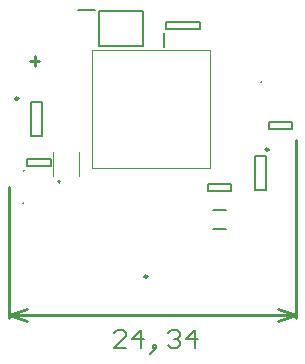
<source format=gto>
G04 Layer_Color=65535*
%FSLAX24Y24*%
%MOIN*%
G70*
G01*
G75*
%ADD37C,0.0059*%
%ADD39C,0.0098*%
%ADD41C,0.0079*%
%ADD44C,0.0100*%
%ADD68C,0.0039*%
%ADD69C,0.0060*%
D37*
X3750Y1837D02*
G03*
X3750Y1837I-20J0D01*
G01*
X-4172Y-2200D02*
G03*
X-4172Y-2200I-20J0D01*
G01*
X-4153Y-1120D02*
G03*
X-4153Y-1120I-20J0D01*
G01*
D39*
X-4341Y1280D02*
G03*
X-4341Y1280I-49J0D01*
G01*
X-43Y-4646D02*
G03*
X-43Y-4646I-49J0D01*
G01*
X3999Y-420D02*
G03*
X3999Y-420I-49J0D01*
G01*
X-3796Y2380D02*
Y2695D01*
X-3954Y2537D02*
X-3639D01*
D41*
X-2980Y-1447D02*
G03*
X-2980Y-1526I0J-39D01*
G01*
D02*
G03*
X-2980Y-1447I0J39D01*
G01*
X-3927Y20D02*
Y1161D01*
X-3553D01*
Y20D02*
Y1161D01*
X-3927Y20D02*
X-3553D01*
X2146Y-2441D02*
X2579D01*
X2146Y-3071D02*
X2579D01*
X3535Y-622D02*
X3909D01*
X3535Y-1764D02*
Y-622D01*
Y-1764D02*
X3909D01*
Y-622D01*
X4785Y264D02*
Y500D01*
X3998Y500D02*
X4785Y500D01*
X3998Y264D02*
Y500D01*
Y264D02*
X4785D01*
X1969Y-1811D02*
X2756D01*
X1969D02*
Y-1575D01*
X2756D01*
Y-1811D02*
Y-1575D01*
X-2359Y4232D02*
X-1778D01*
X-1640Y3031D02*
Y4213D01*
Y3031D02*
X-184D01*
Y4213D01*
X-1640D02*
X-184D01*
X512Y3000D02*
Y3472D01*
X571Y3610D02*
X1713D01*
Y3846D01*
X571Y3846D02*
X1713Y3846D01*
X571Y3846D02*
X571Y3610D01*
X-4055Y-957D02*
X-3268D01*
X-4055D02*
Y-720D01*
X-3268D01*
Y-957D02*
Y-720D01*
D44*
X4921Y-6045D02*
Y-110D01*
X-4661Y-6045D02*
Y-1680D01*
X130Y-5945D02*
X4921D01*
X-4661D02*
X130D01*
X4321Y-5745D02*
X4921Y-5945D01*
X4321Y-6145D02*
X4921Y-5945D01*
X-4661D02*
X-4061Y-6145D01*
X-4661Y-5945D02*
X-4061Y-5745D01*
D68*
X-1890Y-1024D02*
X2047D01*
Y2913D01*
X-1890D02*
X2047D01*
X-1890Y-1024D02*
Y2913D01*
X-2311Y-502D02*
X-2311Y-1289D01*
X-3177D02*
X-3177Y-502D01*
D69*
X-760Y-7047D02*
X-1160D01*
X-760Y-6647D01*
Y-6547D01*
X-860Y-6447D01*
X-1060D01*
X-1160Y-6547D01*
X-260Y-7047D02*
Y-6447D01*
X-560Y-6747D01*
X-160D01*
X140Y-7147D02*
X240Y-7047D01*
Y-6947D01*
X140D01*
Y-7047D01*
X240D01*
X140Y-7147D01*
X40Y-7247D01*
X640Y-6547D02*
X740Y-6447D01*
X939D01*
X1039Y-6547D01*
Y-6647D01*
X939Y-6747D01*
X839D01*
X939D01*
X1039Y-6847D01*
Y-6947D01*
X939Y-7047D01*
X740D01*
X640Y-6947D01*
X1539Y-7047D02*
Y-6447D01*
X1239Y-6747D01*
X1639D01*
M02*

</source>
